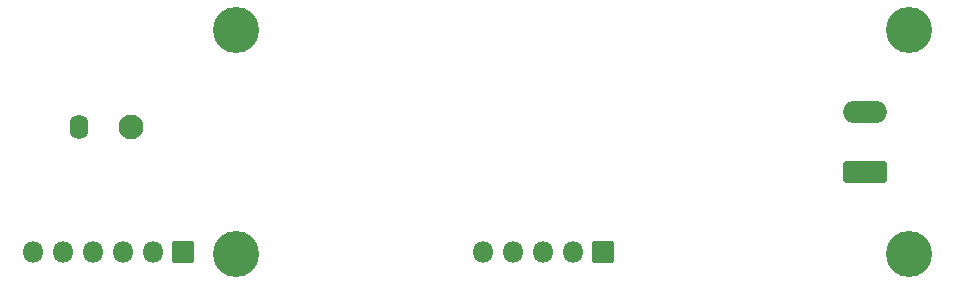
<source format=gbr>
%TF.GenerationSoftware,KiCad,Pcbnew,(6.0.1)*%
%TF.CreationDate,2022-06-13T19:43:20+02:00*%
%TF.ProjectId,Buck IRS25411,4275636b-2049-4525-9332-353431312e6b,rev?*%
%TF.SameCoordinates,Original*%
%TF.FileFunction,Soldermask,Bot*%
%TF.FilePolarity,Negative*%
%FSLAX46Y46*%
G04 Gerber Fmt 4.6, Leading zero omitted, Abs format (unit mm)*
G04 Created by KiCad (PCBNEW (6.0.1)) date 2022-06-13 19:43:20*
%MOMM*%
%LPD*%
G01*
G04 APERTURE LIST*
G04 Aperture macros list*
%AMRoundRect*
0 Rectangle with rounded corners*
0 $1 Rounding radius*
0 $2 $3 $4 $5 $6 $7 $8 $9 X,Y pos of 4 corners*
0 Add a 4 corners polygon primitive as box body*
4,1,4,$2,$3,$4,$5,$6,$7,$8,$9,$2,$3,0*
0 Add four circle primitives for the rounded corners*
1,1,$1+$1,$2,$3*
1,1,$1+$1,$4,$5*
1,1,$1+$1,$6,$7*
1,1,$1+$1,$8,$9*
0 Add four rect primitives between the rounded corners*
20,1,$1+$1,$2,$3,$4,$5,0*
20,1,$1+$1,$4,$5,$6,$7,0*
20,1,$1+$1,$6,$7,$8,$9,0*
20,1,$1+$1,$8,$9,$2,$3,0*%
G04 Aperture macros list end*
%ADD10C,3.900000*%
%ADD11C,2.700000*%
%ADD12C,2.100000*%
%ADD13O,1.600000X2.100000*%
%ADD14RoundRect,0.050000X-0.850000X0.850000X-0.850000X-0.850000X0.850000X-0.850000X0.850000X0.850000X0*%
%ADD15O,1.800000X1.800000*%
%ADD16RoundRect,0.300000X1.550000X-0.650000X1.550000X0.650000X-1.550000X0.650000X-1.550000X-0.650000X0*%
%ADD17O,3.700000X1.900000*%
G04 APERTURE END LIST*
D10*
%TO.C,H4*%
X165000000Y-92000000D03*
D11*
X165000000Y-92000000D03*
%TD*%
D10*
%TO.C,H3*%
X165000000Y-111000000D03*
D11*
X165000000Y-111000000D03*
%TD*%
D10*
%TO.C,H2*%
X108000000Y-111000000D03*
D11*
X108000000Y-111000000D03*
%TD*%
D10*
%TO.C,H1*%
X108000000Y-92000000D03*
D11*
X108000000Y-92000000D03*
%TD*%
D12*
%TO.C,J1*%
X99100000Y-100200000D03*
D13*
X94700000Y-100200000D03*
%TD*%
D14*
%TO.C,J3*%
X103550000Y-110800000D03*
D15*
X101010000Y-110800000D03*
X98470000Y-110800000D03*
X95930000Y-110800000D03*
X93390000Y-110800000D03*
X90850000Y-110800000D03*
%TD*%
D14*
%TO.C,J2*%
X139110000Y-110800000D03*
D15*
X136570000Y-110800000D03*
X134030000Y-110800000D03*
X131490000Y-110800000D03*
X128950000Y-110800000D03*
%TD*%
D16*
%TO.C,J4*%
X161267500Y-104042500D03*
D17*
X161267500Y-98962500D03*
%TD*%
M02*

</source>
